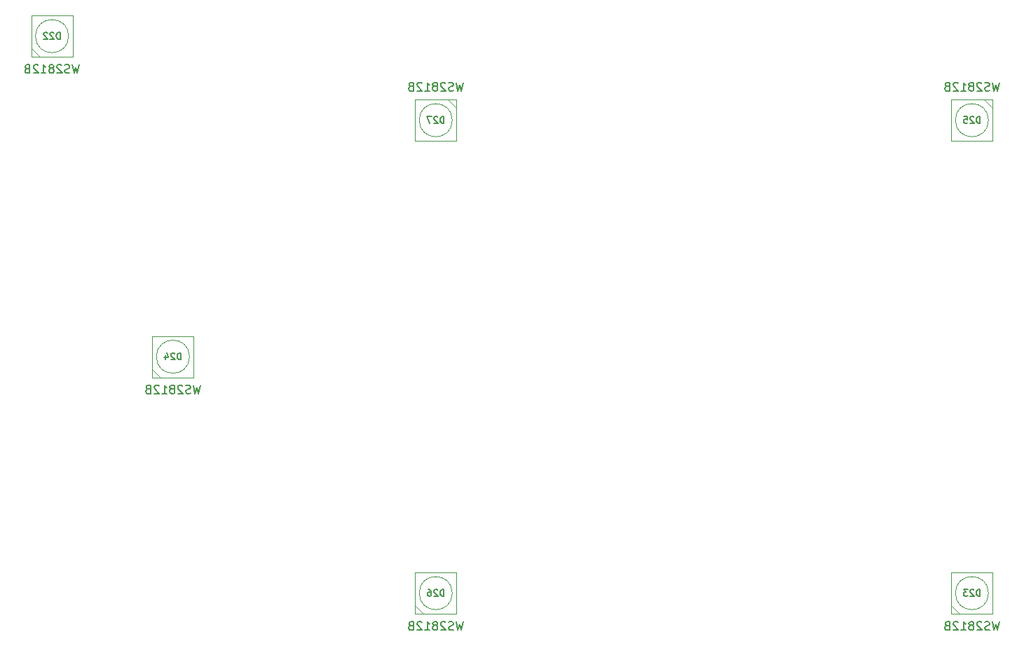
<source format=gbr>
G04 #@! TF.GenerationSoftware,KiCad,Pcbnew,(5.1.10)-1*
G04 #@! TF.CreationDate,2021-09-28T21:06:42+02:00*
G04 #@! TF.ProjectId,SheepyPad,53686565-7079-4506-9164-2e6b69636164,rev?*
G04 #@! TF.SameCoordinates,Original*
G04 #@! TF.FileFunction,Other,Fab,Bot*
%FSLAX46Y46*%
G04 Gerber Fmt 4.6, Leading zero omitted, Abs format (unit mm)*
G04 Created by KiCad (PCBNEW (5.1.10)-1) date 2021-09-28 21:06:42*
%MOMM*%
%LPD*%
G01*
G04 APERTURE LIST*
%ADD10C,0.100000*%
%ADD11C,0.150000*%
G04 APERTURE END LIST*
D10*
X114895000Y-63270000D02*
X113895000Y-62270000D01*
X109895000Y-67270000D02*
X109895000Y-62270000D01*
X109895000Y-62270000D02*
X114895000Y-62270000D01*
X114895000Y-62270000D02*
X114895000Y-67270000D01*
X114895000Y-67270000D02*
X109895000Y-67270000D01*
X114395000Y-64770000D02*
G75*
G03*
X114395000Y-64770000I-2000000J0D01*
G01*
X114395000Y-121920000D02*
G75*
G03*
X114395000Y-121920000I-2000000J0D01*
G01*
X109895000Y-119420000D02*
X114895000Y-119420000D01*
X109895000Y-124420000D02*
X109895000Y-119420000D01*
X114895000Y-124420000D02*
X109895000Y-124420000D01*
X114895000Y-119420000D02*
X114895000Y-124420000D01*
X109895000Y-123420000D02*
X110895000Y-124420000D01*
X179665000Y-63270000D02*
X178665000Y-62270000D01*
X174665000Y-67270000D02*
X174665000Y-62270000D01*
X174665000Y-62270000D02*
X179665000Y-62270000D01*
X179665000Y-62270000D02*
X179665000Y-67270000D01*
X179665000Y-67270000D02*
X174665000Y-67270000D01*
X179165000Y-64770000D02*
G75*
G03*
X179165000Y-64770000I-2000000J0D01*
G01*
X78145000Y-94845000D02*
X79145000Y-95845000D01*
X83145000Y-90845000D02*
X83145000Y-95845000D01*
X83145000Y-95845000D02*
X78145000Y-95845000D01*
X78145000Y-95845000D02*
X78145000Y-90845000D01*
X78145000Y-90845000D02*
X83145000Y-90845000D01*
X82645000Y-93345000D02*
G75*
G03*
X82645000Y-93345000I-2000000J0D01*
G01*
X174665000Y-123420000D02*
X175665000Y-124420000D01*
X179665000Y-119420000D02*
X179665000Y-124420000D01*
X179665000Y-124420000D02*
X174665000Y-124420000D01*
X174665000Y-124420000D02*
X174665000Y-119420000D01*
X174665000Y-119420000D02*
X179665000Y-119420000D01*
X179165000Y-121920000D02*
G75*
G03*
X179165000Y-121920000I-2000000J0D01*
G01*
X63540000Y-56110000D02*
X64540000Y-57110000D01*
X68540000Y-52110000D02*
X68540000Y-57110000D01*
X68540000Y-57110000D02*
X63540000Y-57110000D01*
X63540000Y-57110000D02*
X63540000Y-52110000D01*
X63540000Y-52110000D02*
X68540000Y-52110000D01*
X68040000Y-54610000D02*
G75*
G03*
X68040000Y-54610000I-2000000J0D01*
G01*
D11*
X115704523Y-60222380D02*
X115466428Y-61222380D01*
X115275952Y-60508095D01*
X115085476Y-61222380D01*
X114847380Y-60222380D01*
X114514047Y-61174761D02*
X114371190Y-61222380D01*
X114133095Y-61222380D01*
X114037857Y-61174761D01*
X113990238Y-61127142D01*
X113942619Y-61031904D01*
X113942619Y-60936666D01*
X113990238Y-60841428D01*
X114037857Y-60793809D01*
X114133095Y-60746190D01*
X114323571Y-60698571D01*
X114418809Y-60650952D01*
X114466428Y-60603333D01*
X114514047Y-60508095D01*
X114514047Y-60412857D01*
X114466428Y-60317619D01*
X114418809Y-60270000D01*
X114323571Y-60222380D01*
X114085476Y-60222380D01*
X113942619Y-60270000D01*
X113561666Y-60317619D02*
X113514047Y-60270000D01*
X113418809Y-60222380D01*
X113180714Y-60222380D01*
X113085476Y-60270000D01*
X113037857Y-60317619D01*
X112990238Y-60412857D01*
X112990238Y-60508095D01*
X113037857Y-60650952D01*
X113609285Y-61222380D01*
X112990238Y-61222380D01*
X112418809Y-60650952D02*
X112514047Y-60603333D01*
X112561666Y-60555714D01*
X112609285Y-60460476D01*
X112609285Y-60412857D01*
X112561666Y-60317619D01*
X112514047Y-60270000D01*
X112418809Y-60222380D01*
X112228333Y-60222380D01*
X112133095Y-60270000D01*
X112085476Y-60317619D01*
X112037857Y-60412857D01*
X112037857Y-60460476D01*
X112085476Y-60555714D01*
X112133095Y-60603333D01*
X112228333Y-60650952D01*
X112418809Y-60650952D01*
X112514047Y-60698571D01*
X112561666Y-60746190D01*
X112609285Y-60841428D01*
X112609285Y-61031904D01*
X112561666Y-61127142D01*
X112514047Y-61174761D01*
X112418809Y-61222380D01*
X112228333Y-61222380D01*
X112133095Y-61174761D01*
X112085476Y-61127142D01*
X112037857Y-61031904D01*
X112037857Y-60841428D01*
X112085476Y-60746190D01*
X112133095Y-60698571D01*
X112228333Y-60650952D01*
X111085476Y-61222380D02*
X111656904Y-61222380D01*
X111371190Y-61222380D02*
X111371190Y-60222380D01*
X111466428Y-60365238D01*
X111561666Y-60460476D01*
X111656904Y-60508095D01*
X110704523Y-60317619D02*
X110656904Y-60270000D01*
X110561666Y-60222380D01*
X110323571Y-60222380D01*
X110228333Y-60270000D01*
X110180714Y-60317619D01*
X110133095Y-60412857D01*
X110133095Y-60508095D01*
X110180714Y-60650952D01*
X110752142Y-61222380D01*
X110133095Y-61222380D01*
X109371190Y-60698571D02*
X109228333Y-60746190D01*
X109180714Y-60793809D01*
X109133095Y-60889047D01*
X109133095Y-61031904D01*
X109180714Y-61127142D01*
X109228333Y-61174761D01*
X109323571Y-61222380D01*
X109704523Y-61222380D01*
X109704523Y-60222380D01*
X109371190Y-60222380D01*
X109275952Y-60270000D01*
X109228333Y-60317619D01*
X109180714Y-60412857D01*
X109180714Y-60508095D01*
X109228333Y-60603333D01*
X109275952Y-60650952D01*
X109371190Y-60698571D01*
X109704523Y-60698571D01*
X113366428Y-65131904D02*
X113366428Y-64331904D01*
X113175952Y-64331904D01*
X113061666Y-64370000D01*
X112985476Y-64446190D01*
X112947380Y-64522380D01*
X112909285Y-64674761D01*
X112909285Y-64789047D01*
X112947380Y-64941428D01*
X112985476Y-65017619D01*
X113061666Y-65093809D01*
X113175952Y-65131904D01*
X113366428Y-65131904D01*
X112604523Y-64408095D02*
X112566428Y-64370000D01*
X112490238Y-64331904D01*
X112299761Y-64331904D01*
X112223571Y-64370000D01*
X112185476Y-64408095D01*
X112147380Y-64484285D01*
X112147380Y-64560476D01*
X112185476Y-64674761D01*
X112642619Y-65131904D01*
X112147380Y-65131904D01*
X111880714Y-64331904D02*
X111347380Y-64331904D01*
X111690238Y-65131904D01*
X115704523Y-125372380D02*
X115466428Y-126372380D01*
X115275952Y-125658095D01*
X115085476Y-126372380D01*
X114847380Y-125372380D01*
X114514047Y-126324761D02*
X114371190Y-126372380D01*
X114133095Y-126372380D01*
X114037857Y-126324761D01*
X113990238Y-126277142D01*
X113942619Y-126181904D01*
X113942619Y-126086666D01*
X113990238Y-125991428D01*
X114037857Y-125943809D01*
X114133095Y-125896190D01*
X114323571Y-125848571D01*
X114418809Y-125800952D01*
X114466428Y-125753333D01*
X114514047Y-125658095D01*
X114514047Y-125562857D01*
X114466428Y-125467619D01*
X114418809Y-125420000D01*
X114323571Y-125372380D01*
X114085476Y-125372380D01*
X113942619Y-125420000D01*
X113561666Y-125467619D02*
X113514047Y-125420000D01*
X113418809Y-125372380D01*
X113180714Y-125372380D01*
X113085476Y-125420000D01*
X113037857Y-125467619D01*
X112990238Y-125562857D01*
X112990238Y-125658095D01*
X113037857Y-125800952D01*
X113609285Y-126372380D01*
X112990238Y-126372380D01*
X112418809Y-125800952D02*
X112514047Y-125753333D01*
X112561666Y-125705714D01*
X112609285Y-125610476D01*
X112609285Y-125562857D01*
X112561666Y-125467619D01*
X112514047Y-125420000D01*
X112418809Y-125372380D01*
X112228333Y-125372380D01*
X112133095Y-125420000D01*
X112085476Y-125467619D01*
X112037857Y-125562857D01*
X112037857Y-125610476D01*
X112085476Y-125705714D01*
X112133095Y-125753333D01*
X112228333Y-125800952D01*
X112418809Y-125800952D01*
X112514047Y-125848571D01*
X112561666Y-125896190D01*
X112609285Y-125991428D01*
X112609285Y-126181904D01*
X112561666Y-126277142D01*
X112514047Y-126324761D01*
X112418809Y-126372380D01*
X112228333Y-126372380D01*
X112133095Y-126324761D01*
X112085476Y-126277142D01*
X112037857Y-126181904D01*
X112037857Y-125991428D01*
X112085476Y-125896190D01*
X112133095Y-125848571D01*
X112228333Y-125800952D01*
X111085476Y-126372380D02*
X111656904Y-126372380D01*
X111371190Y-126372380D02*
X111371190Y-125372380D01*
X111466428Y-125515238D01*
X111561666Y-125610476D01*
X111656904Y-125658095D01*
X110704523Y-125467619D02*
X110656904Y-125420000D01*
X110561666Y-125372380D01*
X110323571Y-125372380D01*
X110228333Y-125420000D01*
X110180714Y-125467619D01*
X110133095Y-125562857D01*
X110133095Y-125658095D01*
X110180714Y-125800952D01*
X110752142Y-126372380D01*
X110133095Y-126372380D01*
X109371190Y-125848571D02*
X109228333Y-125896190D01*
X109180714Y-125943809D01*
X109133095Y-126039047D01*
X109133095Y-126181904D01*
X109180714Y-126277142D01*
X109228333Y-126324761D01*
X109323571Y-126372380D01*
X109704523Y-126372380D01*
X109704523Y-125372380D01*
X109371190Y-125372380D01*
X109275952Y-125420000D01*
X109228333Y-125467619D01*
X109180714Y-125562857D01*
X109180714Y-125658095D01*
X109228333Y-125753333D01*
X109275952Y-125800952D01*
X109371190Y-125848571D01*
X109704523Y-125848571D01*
X113366428Y-122281904D02*
X113366428Y-121481904D01*
X113175952Y-121481904D01*
X113061666Y-121520000D01*
X112985476Y-121596190D01*
X112947380Y-121672380D01*
X112909285Y-121824761D01*
X112909285Y-121939047D01*
X112947380Y-122091428D01*
X112985476Y-122167619D01*
X113061666Y-122243809D01*
X113175952Y-122281904D01*
X113366428Y-122281904D01*
X112604523Y-121558095D02*
X112566428Y-121520000D01*
X112490238Y-121481904D01*
X112299761Y-121481904D01*
X112223571Y-121520000D01*
X112185476Y-121558095D01*
X112147380Y-121634285D01*
X112147380Y-121710476D01*
X112185476Y-121824761D01*
X112642619Y-122281904D01*
X112147380Y-122281904D01*
X111461666Y-121481904D02*
X111614047Y-121481904D01*
X111690238Y-121520000D01*
X111728333Y-121558095D01*
X111804523Y-121672380D01*
X111842619Y-121824761D01*
X111842619Y-122129523D01*
X111804523Y-122205714D01*
X111766428Y-122243809D01*
X111690238Y-122281904D01*
X111537857Y-122281904D01*
X111461666Y-122243809D01*
X111423571Y-122205714D01*
X111385476Y-122129523D01*
X111385476Y-121939047D01*
X111423571Y-121862857D01*
X111461666Y-121824761D01*
X111537857Y-121786666D01*
X111690238Y-121786666D01*
X111766428Y-121824761D01*
X111804523Y-121862857D01*
X111842619Y-121939047D01*
X180474523Y-60222380D02*
X180236428Y-61222380D01*
X180045952Y-60508095D01*
X179855476Y-61222380D01*
X179617380Y-60222380D01*
X179284047Y-61174761D02*
X179141190Y-61222380D01*
X178903095Y-61222380D01*
X178807857Y-61174761D01*
X178760238Y-61127142D01*
X178712619Y-61031904D01*
X178712619Y-60936666D01*
X178760238Y-60841428D01*
X178807857Y-60793809D01*
X178903095Y-60746190D01*
X179093571Y-60698571D01*
X179188809Y-60650952D01*
X179236428Y-60603333D01*
X179284047Y-60508095D01*
X179284047Y-60412857D01*
X179236428Y-60317619D01*
X179188809Y-60270000D01*
X179093571Y-60222380D01*
X178855476Y-60222380D01*
X178712619Y-60270000D01*
X178331666Y-60317619D02*
X178284047Y-60270000D01*
X178188809Y-60222380D01*
X177950714Y-60222380D01*
X177855476Y-60270000D01*
X177807857Y-60317619D01*
X177760238Y-60412857D01*
X177760238Y-60508095D01*
X177807857Y-60650952D01*
X178379285Y-61222380D01*
X177760238Y-61222380D01*
X177188809Y-60650952D02*
X177284047Y-60603333D01*
X177331666Y-60555714D01*
X177379285Y-60460476D01*
X177379285Y-60412857D01*
X177331666Y-60317619D01*
X177284047Y-60270000D01*
X177188809Y-60222380D01*
X176998333Y-60222380D01*
X176903095Y-60270000D01*
X176855476Y-60317619D01*
X176807857Y-60412857D01*
X176807857Y-60460476D01*
X176855476Y-60555714D01*
X176903095Y-60603333D01*
X176998333Y-60650952D01*
X177188809Y-60650952D01*
X177284047Y-60698571D01*
X177331666Y-60746190D01*
X177379285Y-60841428D01*
X177379285Y-61031904D01*
X177331666Y-61127142D01*
X177284047Y-61174761D01*
X177188809Y-61222380D01*
X176998333Y-61222380D01*
X176903095Y-61174761D01*
X176855476Y-61127142D01*
X176807857Y-61031904D01*
X176807857Y-60841428D01*
X176855476Y-60746190D01*
X176903095Y-60698571D01*
X176998333Y-60650952D01*
X175855476Y-61222380D02*
X176426904Y-61222380D01*
X176141190Y-61222380D02*
X176141190Y-60222380D01*
X176236428Y-60365238D01*
X176331666Y-60460476D01*
X176426904Y-60508095D01*
X175474523Y-60317619D02*
X175426904Y-60270000D01*
X175331666Y-60222380D01*
X175093571Y-60222380D01*
X174998333Y-60270000D01*
X174950714Y-60317619D01*
X174903095Y-60412857D01*
X174903095Y-60508095D01*
X174950714Y-60650952D01*
X175522142Y-61222380D01*
X174903095Y-61222380D01*
X174141190Y-60698571D02*
X173998333Y-60746190D01*
X173950714Y-60793809D01*
X173903095Y-60889047D01*
X173903095Y-61031904D01*
X173950714Y-61127142D01*
X173998333Y-61174761D01*
X174093571Y-61222380D01*
X174474523Y-61222380D01*
X174474523Y-60222380D01*
X174141190Y-60222380D01*
X174045952Y-60270000D01*
X173998333Y-60317619D01*
X173950714Y-60412857D01*
X173950714Y-60508095D01*
X173998333Y-60603333D01*
X174045952Y-60650952D01*
X174141190Y-60698571D01*
X174474523Y-60698571D01*
X178136428Y-65131904D02*
X178136428Y-64331904D01*
X177945952Y-64331904D01*
X177831666Y-64370000D01*
X177755476Y-64446190D01*
X177717380Y-64522380D01*
X177679285Y-64674761D01*
X177679285Y-64789047D01*
X177717380Y-64941428D01*
X177755476Y-65017619D01*
X177831666Y-65093809D01*
X177945952Y-65131904D01*
X178136428Y-65131904D01*
X177374523Y-64408095D02*
X177336428Y-64370000D01*
X177260238Y-64331904D01*
X177069761Y-64331904D01*
X176993571Y-64370000D01*
X176955476Y-64408095D01*
X176917380Y-64484285D01*
X176917380Y-64560476D01*
X176955476Y-64674761D01*
X177412619Y-65131904D01*
X176917380Y-65131904D01*
X176193571Y-64331904D02*
X176574523Y-64331904D01*
X176612619Y-64712857D01*
X176574523Y-64674761D01*
X176498333Y-64636666D01*
X176307857Y-64636666D01*
X176231666Y-64674761D01*
X176193571Y-64712857D01*
X176155476Y-64789047D01*
X176155476Y-64979523D01*
X176193571Y-65055714D01*
X176231666Y-65093809D01*
X176307857Y-65131904D01*
X176498333Y-65131904D01*
X176574523Y-65093809D01*
X176612619Y-65055714D01*
X83954523Y-96797380D02*
X83716428Y-97797380D01*
X83525952Y-97083095D01*
X83335476Y-97797380D01*
X83097380Y-96797380D01*
X82764047Y-97749761D02*
X82621190Y-97797380D01*
X82383095Y-97797380D01*
X82287857Y-97749761D01*
X82240238Y-97702142D01*
X82192619Y-97606904D01*
X82192619Y-97511666D01*
X82240238Y-97416428D01*
X82287857Y-97368809D01*
X82383095Y-97321190D01*
X82573571Y-97273571D01*
X82668809Y-97225952D01*
X82716428Y-97178333D01*
X82764047Y-97083095D01*
X82764047Y-96987857D01*
X82716428Y-96892619D01*
X82668809Y-96845000D01*
X82573571Y-96797380D01*
X82335476Y-96797380D01*
X82192619Y-96845000D01*
X81811666Y-96892619D02*
X81764047Y-96845000D01*
X81668809Y-96797380D01*
X81430714Y-96797380D01*
X81335476Y-96845000D01*
X81287857Y-96892619D01*
X81240238Y-96987857D01*
X81240238Y-97083095D01*
X81287857Y-97225952D01*
X81859285Y-97797380D01*
X81240238Y-97797380D01*
X80668809Y-97225952D02*
X80764047Y-97178333D01*
X80811666Y-97130714D01*
X80859285Y-97035476D01*
X80859285Y-96987857D01*
X80811666Y-96892619D01*
X80764047Y-96845000D01*
X80668809Y-96797380D01*
X80478333Y-96797380D01*
X80383095Y-96845000D01*
X80335476Y-96892619D01*
X80287857Y-96987857D01*
X80287857Y-97035476D01*
X80335476Y-97130714D01*
X80383095Y-97178333D01*
X80478333Y-97225952D01*
X80668809Y-97225952D01*
X80764047Y-97273571D01*
X80811666Y-97321190D01*
X80859285Y-97416428D01*
X80859285Y-97606904D01*
X80811666Y-97702142D01*
X80764047Y-97749761D01*
X80668809Y-97797380D01*
X80478333Y-97797380D01*
X80383095Y-97749761D01*
X80335476Y-97702142D01*
X80287857Y-97606904D01*
X80287857Y-97416428D01*
X80335476Y-97321190D01*
X80383095Y-97273571D01*
X80478333Y-97225952D01*
X79335476Y-97797380D02*
X79906904Y-97797380D01*
X79621190Y-97797380D02*
X79621190Y-96797380D01*
X79716428Y-96940238D01*
X79811666Y-97035476D01*
X79906904Y-97083095D01*
X78954523Y-96892619D02*
X78906904Y-96845000D01*
X78811666Y-96797380D01*
X78573571Y-96797380D01*
X78478333Y-96845000D01*
X78430714Y-96892619D01*
X78383095Y-96987857D01*
X78383095Y-97083095D01*
X78430714Y-97225952D01*
X79002142Y-97797380D01*
X78383095Y-97797380D01*
X77621190Y-97273571D02*
X77478333Y-97321190D01*
X77430714Y-97368809D01*
X77383095Y-97464047D01*
X77383095Y-97606904D01*
X77430714Y-97702142D01*
X77478333Y-97749761D01*
X77573571Y-97797380D01*
X77954523Y-97797380D01*
X77954523Y-96797380D01*
X77621190Y-96797380D01*
X77525952Y-96845000D01*
X77478333Y-96892619D01*
X77430714Y-96987857D01*
X77430714Y-97083095D01*
X77478333Y-97178333D01*
X77525952Y-97225952D01*
X77621190Y-97273571D01*
X77954523Y-97273571D01*
X81616428Y-93706904D02*
X81616428Y-92906904D01*
X81425952Y-92906904D01*
X81311666Y-92945000D01*
X81235476Y-93021190D01*
X81197380Y-93097380D01*
X81159285Y-93249761D01*
X81159285Y-93364047D01*
X81197380Y-93516428D01*
X81235476Y-93592619D01*
X81311666Y-93668809D01*
X81425952Y-93706904D01*
X81616428Y-93706904D01*
X80854523Y-92983095D02*
X80816428Y-92945000D01*
X80740238Y-92906904D01*
X80549761Y-92906904D01*
X80473571Y-92945000D01*
X80435476Y-92983095D01*
X80397380Y-93059285D01*
X80397380Y-93135476D01*
X80435476Y-93249761D01*
X80892619Y-93706904D01*
X80397380Y-93706904D01*
X79711666Y-93173571D02*
X79711666Y-93706904D01*
X79902142Y-92868809D02*
X80092619Y-93440238D01*
X79597380Y-93440238D01*
X180474523Y-125372380D02*
X180236428Y-126372380D01*
X180045952Y-125658095D01*
X179855476Y-126372380D01*
X179617380Y-125372380D01*
X179284047Y-126324761D02*
X179141190Y-126372380D01*
X178903095Y-126372380D01*
X178807857Y-126324761D01*
X178760238Y-126277142D01*
X178712619Y-126181904D01*
X178712619Y-126086666D01*
X178760238Y-125991428D01*
X178807857Y-125943809D01*
X178903095Y-125896190D01*
X179093571Y-125848571D01*
X179188809Y-125800952D01*
X179236428Y-125753333D01*
X179284047Y-125658095D01*
X179284047Y-125562857D01*
X179236428Y-125467619D01*
X179188809Y-125420000D01*
X179093571Y-125372380D01*
X178855476Y-125372380D01*
X178712619Y-125420000D01*
X178331666Y-125467619D02*
X178284047Y-125420000D01*
X178188809Y-125372380D01*
X177950714Y-125372380D01*
X177855476Y-125420000D01*
X177807857Y-125467619D01*
X177760238Y-125562857D01*
X177760238Y-125658095D01*
X177807857Y-125800952D01*
X178379285Y-126372380D01*
X177760238Y-126372380D01*
X177188809Y-125800952D02*
X177284047Y-125753333D01*
X177331666Y-125705714D01*
X177379285Y-125610476D01*
X177379285Y-125562857D01*
X177331666Y-125467619D01*
X177284047Y-125420000D01*
X177188809Y-125372380D01*
X176998333Y-125372380D01*
X176903095Y-125420000D01*
X176855476Y-125467619D01*
X176807857Y-125562857D01*
X176807857Y-125610476D01*
X176855476Y-125705714D01*
X176903095Y-125753333D01*
X176998333Y-125800952D01*
X177188809Y-125800952D01*
X177284047Y-125848571D01*
X177331666Y-125896190D01*
X177379285Y-125991428D01*
X177379285Y-126181904D01*
X177331666Y-126277142D01*
X177284047Y-126324761D01*
X177188809Y-126372380D01*
X176998333Y-126372380D01*
X176903095Y-126324761D01*
X176855476Y-126277142D01*
X176807857Y-126181904D01*
X176807857Y-125991428D01*
X176855476Y-125896190D01*
X176903095Y-125848571D01*
X176998333Y-125800952D01*
X175855476Y-126372380D02*
X176426904Y-126372380D01*
X176141190Y-126372380D02*
X176141190Y-125372380D01*
X176236428Y-125515238D01*
X176331666Y-125610476D01*
X176426904Y-125658095D01*
X175474523Y-125467619D02*
X175426904Y-125420000D01*
X175331666Y-125372380D01*
X175093571Y-125372380D01*
X174998333Y-125420000D01*
X174950714Y-125467619D01*
X174903095Y-125562857D01*
X174903095Y-125658095D01*
X174950714Y-125800952D01*
X175522142Y-126372380D01*
X174903095Y-126372380D01*
X174141190Y-125848571D02*
X173998333Y-125896190D01*
X173950714Y-125943809D01*
X173903095Y-126039047D01*
X173903095Y-126181904D01*
X173950714Y-126277142D01*
X173998333Y-126324761D01*
X174093571Y-126372380D01*
X174474523Y-126372380D01*
X174474523Y-125372380D01*
X174141190Y-125372380D01*
X174045952Y-125420000D01*
X173998333Y-125467619D01*
X173950714Y-125562857D01*
X173950714Y-125658095D01*
X173998333Y-125753333D01*
X174045952Y-125800952D01*
X174141190Y-125848571D01*
X174474523Y-125848571D01*
X178136428Y-122281904D02*
X178136428Y-121481904D01*
X177945952Y-121481904D01*
X177831666Y-121520000D01*
X177755476Y-121596190D01*
X177717380Y-121672380D01*
X177679285Y-121824761D01*
X177679285Y-121939047D01*
X177717380Y-122091428D01*
X177755476Y-122167619D01*
X177831666Y-122243809D01*
X177945952Y-122281904D01*
X178136428Y-122281904D01*
X177374523Y-121558095D02*
X177336428Y-121520000D01*
X177260238Y-121481904D01*
X177069761Y-121481904D01*
X176993571Y-121520000D01*
X176955476Y-121558095D01*
X176917380Y-121634285D01*
X176917380Y-121710476D01*
X176955476Y-121824761D01*
X177412619Y-122281904D01*
X176917380Y-122281904D01*
X176650714Y-121481904D02*
X176155476Y-121481904D01*
X176422142Y-121786666D01*
X176307857Y-121786666D01*
X176231666Y-121824761D01*
X176193571Y-121862857D01*
X176155476Y-121939047D01*
X176155476Y-122129523D01*
X176193571Y-122205714D01*
X176231666Y-122243809D01*
X176307857Y-122281904D01*
X176536428Y-122281904D01*
X176612619Y-122243809D01*
X176650714Y-122205714D01*
X69349523Y-58062380D02*
X69111428Y-59062380D01*
X68920952Y-58348095D01*
X68730476Y-59062380D01*
X68492380Y-58062380D01*
X68159047Y-59014761D02*
X68016190Y-59062380D01*
X67778095Y-59062380D01*
X67682857Y-59014761D01*
X67635238Y-58967142D01*
X67587619Y-58871904D01*
X67587619Y-58776666D01*
X67635238Y-58681428D01*
X67682857Y-58633809D01*
X67778095Y-58586190D01*
X67968571Y-58538571D01*
X68063809Y-58490952D01*
X68111428Y-58443333D01*
X68159047Y-58348095D01*
X68159047Y-58252857D01*
X68111428Y-58157619D01*
X68063809Y-58110000D01*
X67968571Y-58062380D01*
X67730476Y-58062380D01*
X67587619Y-58110000D01*
X67206666Y-58157619D02*
X67159047Y-58110000D01*
X67063809Y-58062380D01*
X66825714Y-58062380D01*
X66730476Y-58110000D01*
X66682857Y-58157619D01*
X66635238Y-58252857D01*
X66635238Y-58348095D01*
X66682857Y-58490952D01*
X67254285Y-59062380D01*
X66635238Y-59062380D01*
X66063809Y-58490952D02*
X66159047Y-58443333D01*
X66206666Y-58395714D01*
X66254285Y-58300476D01*
X66254285Y-58252857D01*
X66206666Y-58157619D01*
X66159047Y-58110000D01*
X66063809Y-58062380D01*
X65873333Y-58062380D01*
X65778095Y-58110000D01*
X65730476Y-58157619D01*
X65682857Y-58252857D01*
X65682857Y-58300476D01*
X65730476Y-58395714D01*
X65778095Y-58443333D01*
X65873333Y-58490952D01*
X66063809Y-58490952D01*
X66159047Y-58538571D01*
X66206666Y-58586190D01*
X66254285Y-58681428D01*
X66254285Y-58871904D01*
X66206666Y-58967142D01*
X66159047Y-59014761D01*
X66063809Y-59062380D01*
X65873333Y-59062380D01*
X65778095Y-59014761D01*
X65730476Y-58967142D01*
X65682857Y-58871904D01*
X65682857Y-58681428D01*
X65730476Y-58586190D01*
X65778095Y-58538571D01*
X65873333Y-58490952D01*
X64730476Y-59062380D02*
X65301904Y-59062380D01*
X65016190Y-59062380D02*
X65016190Y-58062380D01*
X65111428Y-58205238D01*
X65206666Y-58300476D01*
X65301904Y-58348095D01*
X64349523Y-58157619D02*
X64301904Y-58110000D01*
X64206666Y-58062380D01*
X63968571Y-58062380D01*
X63873333Y-58110000D01*
X63825714Y-58157619D01*
X63778095Y-58252857D01*
X63778095Y-58348095D01*
X63825714Y-58490952D01*
X64397142Y-59062380D01*
X63778095Y-59062380D01*
X63016190Y-58538571D02*
X62873333Y-58586190D01*
X62825714Y-58633809D01*
X62778095Y-58729047D01*
X62778095Y-58871904D01*
X62825714Y-58967142D01*
X62873333Y-59014761D01*
X62968571Y-59062380D01*
X63349523Y-59062380D01*
X63349523Y-58062380D01*
X63016190Y-58062380D01*
X62920952Y-58110000D01*
X62873333Y-58157619D01*
X62825714Y-58252857D01*
X62825714Y-58348095D01*
X62873333Y-58443333D01*
X62920952Y-58490952D01*
X63016190Y-58538571D01*
X63349523Y-58538571D01*
X67011428Y-54971904D02*
X67011428Y-54171904D01*
X66820952Y-54171904D01*
X66706666Y-54210000D01*
X66630476Y-54286190D01*
X66592380Y-54362380D01*
X66554285Y-54514761D01*
X66554285Y-54629047D01*
X66592380Y-54781428D01*
X66630476Y-54857619D01*
X66706666Y-54933809D01*
X66820952Y-54971904D01*
X67011428Y-54971904D01*
X66249523Y-54248095D02*
X66211428Y-54210000D01*
X66135238Y-54171904D01*
X65944761Y-54171904D01*
X65868571Y-54210000D01*
X65830476Y-54248095D01*
X65792380Y-54324285D01*
X65792380Y-54400476D01*
X65830476Y-54514761D01*
X66287619Y-54971904D01*
X65792380Y-54971904D01*
X65487619Y-54248095D02*
X65449523Y-54210000D01*
X65373333Y-54171904D01*
X65182857Y-54171904D01*
X65106666Y-54210000D01*
X65068571Y-54248095D01*
X65030476Y-54324285D01*
X65030476Y-54400476D01*
X65068571Y-54514761D01*
X65525714Y-54971904D01*
X65030476Y-54971904D01*
M02*

</source>
